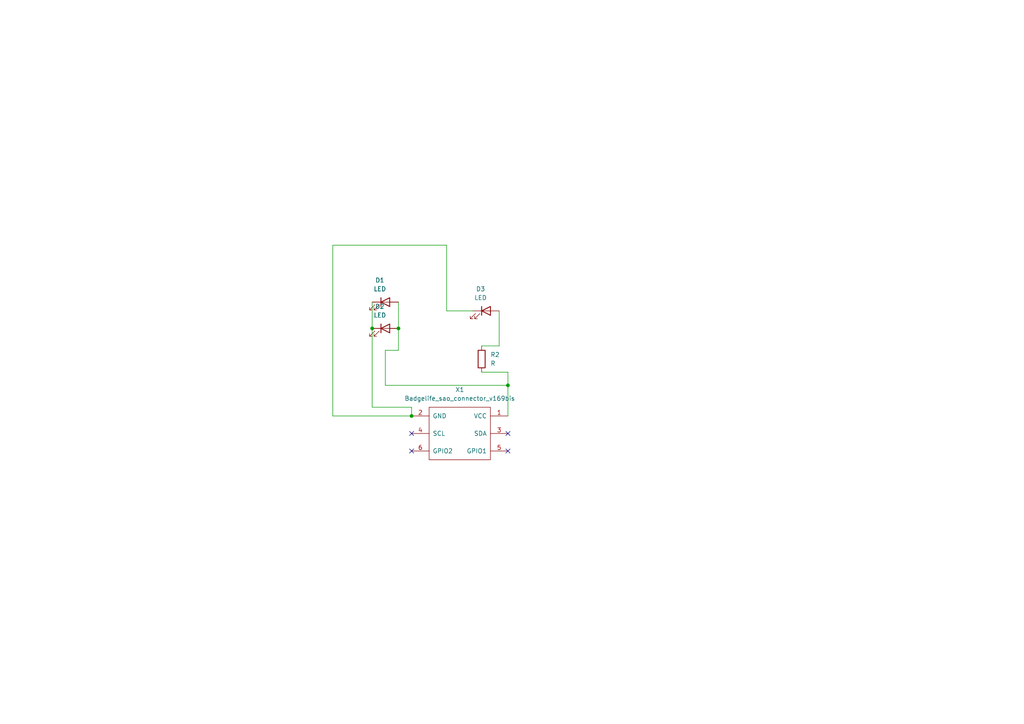
<source format=kicad_sch>
(kicad_sch (version 20230121) (generator eeschema)

  (uuid c1ac633b-24df-4b20-aae4-f53afa983289)

  (paper "A4")

  (lib_symbols
    (symbol "Device:LED" (pin_numbers hide) (pin_names (offset 1.016) hide) (in_bom yes) (on_board yes)
      (property "Reference" "D" (at 0 2.54 0)
        (effects (font (size 1.27 1.27)))
      )
      (property "Value" "LED" (at 0 -2.54 0)
        (effects (font (size 1.27 1.27)))
      )
      (property "Footprint" "" (at 0 0 0)
        (effects (font (size 1.27 1.27)) hide)
      )
      (property "Datasheet" "~" (at 0 0 0)
        (effects (font (size 1.27 1.27)) hide)
      )
      (property "ki_keywords" "LED diode" (at 0 0 0)
        (effects (font (size 1.27 1.27)) hide)
      )
      (property "ki_description" "Light emitting diode" (at 0 0 0)
        (effects (font (size 1.27 1.27)) hide)
      )
      (property "ki_fp_filters" "LED* LED_SMD:* LED_THT:*" (at 0 0 0)
        (effects (font (size 1.27 1.27)) hide)
      )
      (symbol "LED_0_1"
        (polyline
          (pts
            (xy -1.27 -1.27)
            (xy -1.27 1.27)
          )
          (stroke (width 0.254) (type default))
          (fill (type none))
        )
        (polyline
          (pts
            (xy -1.27 0)
            (xy 1.27 0)
          )
          (stroke (width 0) (type default))
          (fill (type none))
        )
        (polyline
          (pts
            (xy 1.27 -1.27)
            (xy 1.27 1.27)
            (xy -1.27 0)
            (xy 1.27 -1.27)
          )
          (stroke (width 0.254) (type default))
          (fill (type none))
        )
        (polyline
          (pts
            (xy -3.048 -0.762)
            (xy -4.572 -2.286)
            (xy -3.81 -2.286)
            (xy -4.572 -2.286)
            (xy -4.572 -1.524)
          )
          (stroke (width 0) (type default))
          (fill (type none))
        )
        (polyline
          (pts
            (xy -1.778 -0.762)
            (xy -3.302 -2.286)
            (xy -2.54 -2.286)
            (xy -3.302 -2.286)
            (xy -3.302 -1.524)
          )
          (stroke (width 0) (type default))
          (fill (type none))
        )
      )
      (symbol "LED_1_1"
        (pin passive line (at -3.81 0 0) (length 2.54)
          (name "K" (effects (font (size 1.27 1.27))))
          (number "1" (effects (font (size 1.27 1.27))))
        )
        (pin passive line (at 3.81 0 180) (length 2.54)
          (name "A" (effects (font (size 1.27 1.27))))
          (number "2" (effects (font (size 1.27 1.27))))
        )
      )
    )
    (symbol "Device:R" (pin_numbers hide) (pin_names (offset 0)) (in_bom yes) (on_board yes)
      (property "Reference" "R" (at 2.032 0 90)
        (effects (font (size 1.27 1.27)))
      )
      (property "Value" "R" (at 0 0 90)
        (effects (font (size 1.27 1.27)))
      )
      (property "Footprint" "" (at -1.778 0 90)
        (effects (font (size 1.27 1.27)) hide)
      )
      (property "Datasheet" "~" (at 0 0 0)
        (effects (font (size 1.27 1.27)) hide)
      )
      (property "ki_keywords" "R res resistor" (at 0 0 0)
        (effects (font (size 1.27 1.27)) hide)
      )
      (property "ki_description" "Resistor" (at 0 0 0)
        (effects (font (size 1.27 1.27)) hide)
      )
      (property "ki_fp_filters" "R_*" (at 0 0 0)
        (effects (font (size 1.27 1.27)) hide)
      )
      (symbol "R_0_1"
        (rectangle (start -1.016 -2.54) (end 1.016 2.54)
          (stroke (width 0.254) (type default))
          (fill (type none))
        )
      )
      (symbol "R_1_1"
        (pin passive line (at 0 3.81 270) (length 1.27)
          (name "~" (effects (font (size 1.27 1.27))))
          (number "1" (effects (font (size 1.27 1.27))))
        )
        (pin passive line (at 0 -3.81 90) (length 1.27)
          (name "~" (effects (font (size 1.27 1.27))))
          (number "2" (effects (font (size 1.27 1.27))))
        )
      )
    )
    (symbol "badgelife_shitty_addon_v169bis:Badgelife_sao_connector_v169bis" (pin_names (offset 1.016)) (in_bom yes) (on_board yes)
      (property "Reference" "X" (at 0 0 0)
        (effects (font (size 1.27 1.27)))
      )
      (property "Value" "Badgelife_sao_connector_v169bis" (at 0 20.32 0)
        (effects (font (size 1.27 1.27)))
      )
      (property "Footprint" "" (at 0 5.08 0)
        (effects (font (size 1.27 1.27)) hide)
      )
      (property "Datasheet" "" (at 0 5.08 0)
        (effects (font (size 1.27 1.27)) hide)
      )
      (symbol "Badgelife_sao_connector_v169bis_0_1"
        (rectangle (start -7.62 8.89) (end 7.62 -8.89)
          (stroke (width 0) (type default))
          (fill (type none))
        )
      )
      (symbol "Badgelife_sao_connector_v169bis_1_1"
        (pin input line (at -5.08 13.97 270) (length 5.08)
          (name "VCC" (effects (font (size 1.27 1.27))))
          (number "1" (effects (font (size 1.27 1.27))))
        )
        (pin input line (at -5.08 -13.97 90) (length 5.08)
          (name "GND" (effects (font (size 1.27 1.27))))
          (number "2" (effects (font (size 1.27 1.27))))
        )
        (pin input line (at 0 13.97 270) (length 5.08)
          (name "SDA" (effects (font (size 1.27 1.27))))
          (number "3" (effects (font (size 1.27 1.27))))
        )
        (pin input line (at 0 -13.97 90) (length 5.08)
          (name "SCL" (effects (font (size 1.27 1.27))))
          (number "4" (effects (font (size 1.27 1.27))))
        )
        (pin input line (at 5.08 13.97 270) (length 5.08)
          (name "GPIO1" (effects (font (size 1.27 1.27))))
          (number "5" (effects (font (size 1.27 1.27))))
        )
        (pin input line (at 5.08 -13.97 90) (length 5.08)
          (name "GPIO2" (effects (font (size 1.27 1.27))))
          (number "6" (effects (font (size 1.27 1.27))))
        )
      )
    )
  )

  (junction (at 107.95 95.25) (diameter 0) (color 0 0 0 0)
    (uuid 128a2bd6-57b6-4308-9ecf-5e01f00b18b8)
  )
  (junction (at 115.57 95.25) (diameter 0) (color 0 0 0 0)
    (uuid 31fa5721-4953-4e1f-ad98-25c6eb62d540)
  )
  (junction (at 147.32 111.76) (diameter 0) (color 0 0 0 0)
    (uuid cd376a74-dd79-4a8d-bf93-715101f1231c)
  )
  (junction (at 119.38 120.65) (diameter 0) (color 0 0 0 0)
    (uuid e14dc71e-8f63-422f-8d24-aa81ef7fa8f0)
  )

  (no_connect (at 147.32 125.73) (uuid b153073a-55b1-475a-8bb5-d6617125f059))
  (no_connect (at 119.38 125.73) (uuid b153073a-55b1-475a-8bb5-d6617125f05a))
  (no_connect (at 147.32 130.81) (uuid b153073a-55b1-475a-8bb5-d6617125f05b))
  (no_connect (at 119.38 130.81) (uuid b153073a-55b1-475a-8bb5-d6617125f05c))

  (wire (pts (xy 119.38 118.11) (xy 119.38 120.65))
    (stroke (width 0) (type default))
    (uuid 0fd06cb7-11bd-4810-810a-d424f5b3ae55)
  )
  (wire (pts (xy 147.32 111.76) (xy 147.32 107.95))
    (stroke (width 0) (type default))
    (uuid 10c762d1-5b47-4df6-8dd1-d3a6f03a4eb3)
  )
  (wire (pts (xy 129.54 90.17) (xy 129.54 71.12))
    (stroke (width 0) (type default))
    (uuid 261907ed-ea09-4a48-b4b0-2132c68a5ef8)
  )
  (wire (pts (xy 147.32 120.65) (xy 147.32 111.76))
    (stroke (width 0) (type default))
    (uuid 3d38276b-6686-4c2b-9987-b8f95323b591)
  )
  (wire (pts (xy 115.57 95.25) (xy 115.57 101.6))
    (stroke (width 0) (type default))
    (uuid 3dacefa1-e60b-4403-9368-78e7da073224)
  )
  (wire (pts (xy 144.78 100.33) (xy 144.78 90.17))
    (stroke (width 0) (type default))
    (uuid 4456e94b-f91b-4f90-a5af-00ba56d48413)
  )
  (wire (pts (xy 115.57 87.63) (xy 115.57 95.25))
    (stroke (width 0) (type default))
    (uuid 46a9caf1-d703-4eef-84d0-549a0cea7e31)
  )
  (wire (pts (xy 107.95 87.63) (xy 107.95 95.25))
    (stroke (width 0) (type default))
    (uuid 48b02958-ec0e-4019-9860-cef78aff3878)
  )
  (wire (pts (xy 137.16 90.17) (xy 129.54 90.17))
    (stroke (width 0) (type default))
    (uuid 64bfc368-5820-42f4-9e3b-1725a6b63440)
  )
  (wire (pts (xy 111.76 101.6) (xy 111.76 111.76))
    (stroke (width 0) (type default))
    (uuid 6a6184a8-5d2b-41dd-a7f7-a8d58b60f81e)
  )
  (wire (pts (xy 111.76 101.6) (xy 115.57 101.6))
    (stroke (width 0) (type default))
    (uuid 75d99dca-e255-4240-94fa-a33cad8d0ec4)
  )
  (wire (pts (xy 147.32 107.95) (xy 139.7 107.95))
    (stroke (width 0) (type default))
    (uuid 8279cd81-f66b-47b7-ad37-aed423280f23)
  )
  (wire (pts (xy 139.7 100.33) (xy 144.78 100.33))
    (stroke (width 0) (type default))
    (uuid a4e0ba55-81a7-4a9f-87d0-43cbf1050b69)
  )
  (wire (pts (xy 107.95 95.25) (xy 107.95 118.11))
    (stroke (width 0) (type default))
    (uuid a8f698b9-49b8-4d44-ae27-2ccd0ff483ed)
  )
  (wire (pts (xy 147.32 111.76) (xy 111.76 111.76))
    (stroke (width 0) (type default))
    (uuid b3b49f6b-c7e1-4b68-b327-c46f2681d71d)
  )
  (wire (pts (xy 129.54 71.12) (xy 96.52 71.12))
    (stroke (width 0) (type default))
    (uuid bc881be1-e34e-4566-9d50-58006dc842b5)
  )
  (wire (pts (xy 96.52 120.65) (xy 119.38 120.65))
    (stroke (width 0) (type default))
    (uuid ca945d6a-9363-4a82-ac4f-e92c04a97e99)
  )
  (wire (pts (xy 107.95 118.11) (xy 119.38 118.11))
    (stroke (width 0) (type default))
    (uuid ddef8219-8110-458a-800a-8bdb2af98ba8)
  )
  (wire (pts (xy 96.52 71.12) (xy 96.52 120.65))
    (stroke (width 0) (type default))
    (uuid ed131b3a-9ec2-4b61-b22e-d23edb1094b8)
  )

  (symbol (lib_id "Device:LED") (at 111.76 95.25 0) (unit 1)
    (in_bom yes) (on_board yes) (dnp no) (fields_autoplaced)
    (uuid 377deb1f-68e5-4392-aa04-a1d5285f444e)
    (property "Reference" "D2" (at 110.1725 88.9 0)
      (effects (font (size 1.27 1.27)))
    )
    (property "Value" "LED" (at 110.1725 91.44 0)
      (effects (font (size 1.27 1.27)))
    )
    (property "Footprint" "LED_SMD:LED_1206_3216Metric_Pad1.42x1.75mm_HandSolder" (at 111.76 95.25 0)
      (effects (font (size 1.27 1.27)) hide)
    )
    (property "Datasheet" "~" (at 111.76 95.25 0)
      (effects (font (size 1.27 1.27)) hide)
    )
    (pin "1" (uuid cc396b8c-30ec-41f0-a4b7-698b0994b03f))
    (pin "2" (uuid 4eb39313-7488-409b-9ccf-6d2d0d553904))
    (instances
      (project "AA Design THT Modify"
        (path "/c1ac633b-24df-4b20-aae4-f53afa983289"
          (reference "D2") (unit 1)
        )
      )
    )
  )

  (symbol (lib_id "badgelife_shitty_addon_v169bis:Badgelife_sao_connector_v169bis") (at 133.35 125.73 270) (unit 1)
    (in_bom yes) (on_board yes) (dnp no) (fields_autoplaced)
    (uuid 3ad73933-80af-4b79-bd95-6143efc136dd)
    (property "Reference" "X1" (at 133.35 113.03 90)
      (effects (font (size 1.27 1.27)))
    )
    (property "Value" "Badgelife_sao_connector_v169bis" (at 133.35 115.57 90)
      (effects (font (size 1.27 1.27)))
    )
    (property "Footprint" "badgelife_sao_v169bis:Badgelife-SAOv169-SAO-2x3" (at 138.43 125.73 0)
      (effects (font (size 1.27 1.27)) hide)
    )
    (property "Datasheet" "" (at 138.43 125.73 0)
      (effects (font (size 1.27 1.27)) hide)
    )
    (pin "1" (uuid a63f5078-2c1f-4113-98bc-ba5fca78ba63))
    (pin "2" (uuid f765c817-892d-424e-ad65-d56f2e1a86a8))
    (pin "3" (uuid b1d450ae-cc13-4ba1-8cb2-65f892eaf3b0))
    (pin "4" (uuid 26d31a0c-ed7e-43b6-814b-458b11dc2b80))
    (pin "5" (uuid e3cf3777-0d86-48db-884d-249da21f46ff))
    (pin "6" (uuid c86d8156-ebaa-47b5-825e-2bbc4d45ce13))
    (instances
      (project "AA Design THT Modify"
        (path "/c1ac633b-24df-4b20-aae4-f53afa983289"
          (reference "X1") (unit 1)
        )
      )
    )
  )

  (symbol (lib_id "Device:LED") (at 140.97 90.17 0) (unit 1)
    (in_bom yes) (on_board yes) (dnp no) (fields_autoplaced)
    (uuid 454102be-acda-40c0-8ea2-e3ad4dc15e24)
    (property "Reference" "D3" (at 139.3825 83.82 0)
      (effects (font (size 1.27 1.27)))
    )
    (property "Value" "LED" (at 139.3825 86.36 0)
      (effects (font (size 1.27 1.27)))
    )
    (property "Footprint" "LED_THT:LED_D5.0mm_IRGrey" (at 140.97 90.17 0)
      (effects (font (size 1.27 1.27)) hide)
    )
    (property "Datasheet" "~" (at 140.97 90.17 0)
      (effects (font (size 1.27 1.27)) hide)
    )
    (pin "1" (uuid 3570cdc5-897b-4687-a4a0-b5e51caf2ab3))
    (pin "2" (uuid 513ab879-becc-4c47-917b-b3e79825c60d))
    (instances
      (project "AA Design THT Modify"
        (path "/c1ac633b-24df-4b20-aae4-f53afa983289"
          (reference "D3") (unit 1)
        )
      )
    )
  )

  (symbol (lib_id "Device:LED") (at 111.76 87.63 0) (unit 1)
    (in_bom yes) (on_board yes) (dnp no) (fields_autoplaced)
    (uuid 8dd8c923-02ab-4f64-a004-a73d1ea75e24)
    (property "Reference" "D1" (at 110.1725 81.28 0)
      (effects (font (size 1.27 1.27)))
    )
    (property "Value" "LED" (at 110.1725 83.82 0)
      (effects (font (size 1.27 1.27)))
    )
    (property "Footprint" "LED_SMD:LED_1206_3216Metric_Pad1.42x1.75mm_HandSolder" (at 111.76 87.63 0)
      (effects (font (size 1.27 1.27)) hide)
    )
    (property "Datasheet" "~" (at 111.76 87.63 0)
      (effects (font (size 1.27 1.27)) hide)
    )
    (pin "1" (uuid ea7d2f3e-9ce1-414b-ab9c-701e14e8a36e))
    (pin "2" (uuid 66d78c5a-3905-4645-82fd-7a418bb755a5))
    (instances
      (project "AA Design THT Modify"
        (path "/c1ac633b-24df-4b20-aae4-f53afa983289"
          (reference "D1") (unit 1)
        )
      )
    )
  )

  (symbol (lib_id "Device:R") (at 139.7 104.14 0) (unit 1)
    (in_bom yes) (on_board yes) (dnp no) (fields_autoplaced)
    (uuid cb3cea68-f0b5-4a9f-ac69-53188fc42f43)
    (property "Reference" "R2" (at 142.24 102.8699 0)
      (effects (font (size 1.27 1.27)) (justify left))
    )
    (property "Value" "R" (at 142.24 105.4099 0)
      (effects (font (size 1.27 1.27)) (justify left))
    )
    (property "Footprint" "Resistor_THT:R_Axial_DIN0204_L3.6mm_D1.6mm_P5.08mm_Vertical" (at 137.922 104.14 90)
      (effects (font (size 1.27 1.27)) hide)
    )
    (property "Datasheet" "~" (at 139.7 104.14 0)
      (effects (font (size 1.27 1.27)) hide)
    )
    (pin "1" (uuid c9a6341f-ee67-4865-9417-2c4f078fe757))
    (pin "2" (uuid bf5dab83-6466-4264-8cc7-7c2f0417084d))
    (instances
      (project "AA Design THT Modify"
        (path "/c1ac633b-24df-4b20-aae4-f53afa983289"
          (reference "R2") (unit 1)
        )
      )
    )
  )

  (sheet_instances
    (path "/" (page "1"))
  )
)

</source>
